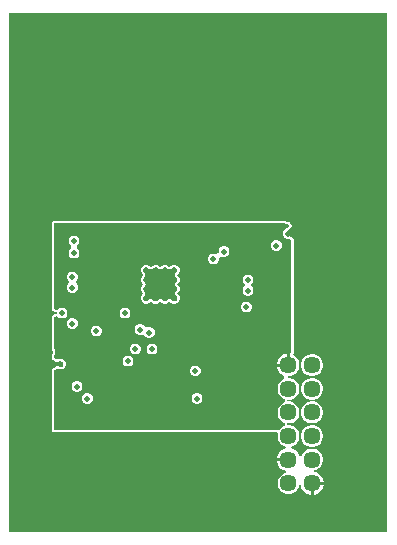
<source format=gbr>
%TF.GenerationSoftware,Altium Limited,Altium Designer,24.10.1 (45)*%
G04 Layer_Physical_Order=3*
G04 Layer_Color=16440176*
%FSLAX45Y45*%
%MOMM*%
%TF.SameCoordinates,CD6FE65F-67A0-4342-96EE-D0A67F31CBAF*%
%TF.FilePolarity,Positive*%
%TF.FileFunction,Copper,L3,Inr,Signal*%
%TF.Part,Single*%
G01*
G75*
%TA.AperFunction,ComponentPad*%
%ADD35C,1.44780*%
%ADD36C,0.50800*%
%TA.AperFunction,ViaPad*%
%ADD37C,0.50800*%
G36*
X1930400Y-2108200D02*
X-1270000D01*
Y2286000D01*
X1930400D01*
Y-2108200D01*
D02*
G37*
%LPC*%
G36*
X1053395Y528392D02*
X-889000D01*
X-896804Y526840D01*
X-903419Y522419D01*
X-907840Y515804D01*
X-909392Y508000D01*
Y-222293D01*
X-909076Y-223878D01*
X-909139Y-225494D01*
X-908308Y-227745D01*
X-907840Y-230097D01*
X-906942Y-231440D01*
X-906381Y-232957D01*
X-904752Y-234718D01*
X-903419Y-236712D01*
X-902075Y-237610D01*
X-900977Y-238797D01*
X-898798Y-239800D01*
X-896804Y-241133D01*
X-895218Y-241448D01*
X-893749Y-242124D01*
X-872470Y-247220D01*
X-870559Y-247678D01*
Y-260322D01*
X-872471Y-260780D01*
X-893749Y-265876D01*
X-895218Y-266552D01*
X-896804Y-266867D01*
X-898798Y-268200D01*
X-900977Y-269203D01*
X-902075Y-270390D01*
X-903419Y-271288D01*
X-904752Y-273282D01*
X-906381Y-275043D01*
X-906942Y-276560D01*
X-907840Y-277903D01*
X-908308Y-280255D01*
X-909139Y-282506D01*
X-909076Y-284122D01*
X-909392Y-285707D01*
Y-558095D01*
X-907840Y-565898D01*
X-907241Y-566794D01*
X-902092Y-579225D01*
Y-589174D01*
X-907241Y-601606D01*
X-907840Y-602502D01*
X-909392Y-610305D01*
Y-636473D01*
X-908645Y-640227D01*
X-907956Y-643991D01*
X-907870Y-644123D01*
X-907840Y-644277D01*
X-905709Y-647466D01*
X-903636Y-650673D01*
X-903507Y-650762D01*
X-903419Y-650893D01*
X-900236Y-653020D01*
X-897088Y-655193D01*
X-872005Y-666031D01*
X-871851Y-666064D01*
X-871720Y-666151D01*
X-867971Y-666897D01*
X-864226Y-667701D01*
X-864071Y-667673D01*
X-863917Y-667704D01*
X-860164Y-666957D01*
X-856400Y-666267D01*
X-856268Y-666182D01*
X-856113Y-666151D01*
X-843174Y-660792D01*
X-833226D01*
X-824034Y-664599D01*
X-816999Y-671634D01*
X-813192Y-680825D01*
Y-690774D01*
X-816999Y-699966D01*
X-824034Y-707001D01*
X-833225Y-710808D01*
X-843174D01*
X-856113Y-705449D01*
X-856268Y-705418D01*
X-856400Y-705333D01*
X-860164Y-704643D01*
X-863917Y-703896D01*
X-864071Y-703927D01*
X-864226Y-703899D01*
X-867963Y-704701D01*
X-871720Y-705449D01*
X-871852Y-705536D01*
X-872005Y-705569D01*
X-897088Y-716407D01*
X-900240Y-718583D01*
X-903419Y-720707D01*
X-903507Y-720838D01*
X-903636Y-720927D01*
X-905713Y-724140D01*
X-907840Y-727323D01*
X-907870Y-727477D01*
X-907956Y-727609D01*
X-908645Y-731373D01*
X-909392Y-735127D01*
Y-1244600D01*
X-907840Y-1252404D01*
X-903419Y-1259019D01*
X-896804Y-1263440D01*
X-889000Y-1264992D01*
X994268D01*
X1001999Y-1275068D01*
X999810Y-1283237D01*
Y-1307563D01*
X1006106Y-1331061D01*
X1018269Y-1352129D01*
X1035471Y-1369331D01*
X1056539Y-1381494D01*
X1073471Y-1386031D01*
X1073471Y-1399179D01*
X1054455Y-1404274D01*
X1032156Y-1417148D01*
X1013948Y-1435356D01*
X1001074Y-1457654D01*
X994410Y-1482526D01*
Y-1482700D01*
X1092200D01*
Y-1508100D01*
X994410D01*
Y-1508274D01*
X1001074Y-1533145D01*
X1013948Y-1555444D01*
X1032156Y-1573651D01*
X1054455Y-1586526D01*
X1073471Y-1591621D01*
Y-1604769D01*
X1056539Y-1609306D01*
X1035471Y-1621469D01*
X1018269Y-1638671D01*
X1006106Y-1659739D01*
X999810Y-1683237D01*
Y-1707563D01*
X1006106Y-1731061D01*
X1018269Y-1752129D01*
X1035471Y-1769330D01*
X1056539Y-1781494D01*
X1080037Y-1787790D01*
X1104363D01*
X1127861Y-1781494D01*
X1148929Y-1769330D01*
X1166131Y-1752129D01*
X1178294Y-1731061D01*
X1182831Y-1714129D01*
X1195979D01*
X1201074Y-1733145D01*
X1213949Y-1755444D01*
X1232156Y-1773652D01*
X1254455Y-1786526D01*
X1279326Y-1793190D01*
X1279500D01*
Y-1695401D01*
X1292200D01*
Y-1682701D01*
X1389990D01*
Y-1682526D01*
X1383326Y-1657655D01*
X1370452Y-1635356D01*
X1352244Y-1617148D01*
X1329946Y-1604274D01*
X1310929Y-1599179D01*
Y-1586031D01*
X1327861Y-1581494D01*
X1348929Y-1569330D01*
X1366131Y-1552129D01*
X1378294Y-1531061D01*
X1384590Y-1507563D01*
Y-1483237D01*
X1378294Y-1459739D01*
X1366131Y-1438671D01*
X1348929Y-1421469D01*
X1327861Y-1409306D01*
X1304363Y-1403010D01*
X1280037D01*
X1256539Y-1409306D01*
X1235471Y-1421469D01*
X1218270Y-1438671D01*
X1206106Y-1459739D01*
X1201569Y-1476671D01*
X1188421D01*
X1183326Y-1457654D01*
X1170452Y-1435356D01*
X1152244Y-1417148D01*
X1129945Y-1404274D01*
X1110929Y-1399179D01*
X1110929Y-1386031D01*
X1127861Y-1381494D01*
X1148929Y-1369331D01*
X1166131Y-1352129D01*
X1178294Y-1331061D01*
X1184590Y-1307563D01*
Y-1283237D01*
X1178294Y-1259739D01*
X1166131Y-1238671D01*
X1148929Y-1221469D01*
X1127861Y-1209306D01*
X1104363Y-1203010D01*
X1080037D01*
X1079760Y-1202798D01*
Y-1188002D01*
X1080037Y-1187790D01*
X1104363D01*
X1127861Y-1181494D01*
X1148929Y-1169330D01*
X1166131Y-1152129D01*
X1178294Y-1131061D01*
X1184590Y-1107563D01*
Y-1083237D01*
X1178294Y-1059739D01*
X1166131Y-1038671D01*
X1148929Y-1021469D01*
X1127861Y-1009306D01*
X1104363Y-1003010D01*
X1080037D01*
X1079760Y-1002797D01*
Y-988003D01*
X1080037Y-987790D01*
X1104363D01*
X1127861Y-981494D01*
X1148929Y-969331D01*
X1166131Y-952129D01*
X1178294Y-931061D01*
X1184590Y-907563D01*
Y-883237D01*
X1178294Y-859739D01*
X1166131Y-838671D01*
X1148929Y-821470D01*
X1127861Y-809306D01*
X1104363Y-803010D01*
X1092265D01*
X1087217Y-796370D01*
X1092258Y-787790D01*
X1104363D01*
X1127861Y-781494D01*
X1148929Y-769330D01*
X1166131Y-752129D01*
X1178294Y-731061D01*
X1184590Y-707563D01*
Y-683237D01*
X1178294Y-659739D01*
X1166131Y-638671D01*
X1148929Y-621469D01*
X1137180Y-614686D01*
X1135624Y-612404D01*
X1134303Y-604803D01*
X1134842Y-598671D01*
X1135260Y-598194D01*
X1135692Y-596921D01*
X1136440Y-595802D01*
X1136960Y-593187D01*
X1137818Y-590660D01*
X1137730Y-589317D01*
X1137992Y-587998D01*
Y362762D01*
X1137600Y364731D01*
Y366740D01*
X1136831Y368596D01*
X1136440Y370566D01*
X1135324Y372236D01*
X1134555Y374091D01*
X1133135Y375511D01*
X1132019Y377182D01*
X1130349Y378298D01*
X1128929Y379718D01*
X1112560Y390655D01*
X1110704Y391424D01*
X1109034Y392540D01*
X1107065Y392931D01*
X1105209Y393700D01*
X1103199D01*
X1101230Y394092D01*
X1087226D01*
X1078034Y397899D01*
X1070999Y404934D01*
X1067192Y414125D01*
Y424074D01*
X1070999Y433266D01*
X1078034Y440301D01*
X1090973Y445660D01*
X1091983Y446335D01*
X1093137Y446711D01*
X1095262Y448527D01*
X1097588Y450081D01*
X1098263Y451091D01*
X1099186Y451879D01*
X1115330Y472368D01*
X1115754Y473200D01*
X1116407Y473870D01*
X1117547Y476722D01*
X1118940Y479458D01*
X1119013Y480389D01*
X1119360Y481258D01*
X1119322Y484329D01*
X1119563Y487390D01*
X1119274Y488279D01*
X1119262Y489214D01*
X1118052Y492037D01*
X1117102Y494956D01*
X1116495Y495667D01*
X1116126Y496526D01*
X1105344Y512238D01*
X1103996Y513553D01*
X1102950Y515119D01*
X1101176Y516305D01*
X1099649Y517794D01*
X1097900Y518494D01*
X1096334Y519540D01*
X1094242Y519956D01*
X1092261Y520748D01*
X1090377Y520725D01*
X1088530Y521092D01*
X1074526D01*
X1062094Y526241D01*
X1061198Y526840D01*
X1053395Y528392D01*
D02*
G37*
G36*
X1304363Y-603010D02*
X1280037D01*
X1256539Y-609306D01*
X1235471Y-621469D01*
X1218270Y-638671D01*
X1206106Y-659739D01*
X1199810Y-683237D01*
Y-707563D01*
X1206106Y-731061D01*
X1218270Y-752129D01*
X1235471Y-769330D01*
X1256539Y-781494D01*
X1280037Y-787790D01*
X1304363D01*
X1327861Y-781494D01*
X1348929Y-769330D01*
X1366131Y-752129D01*
X1378294Y-731061D01*
X1384590Y-707563D01*
Y-683237D01*
X1378294Y-659739D01*
X1366131Y-638671D01*
X1348929Y-621469D01*
X1327861Y-609306D01*
X1304363Y-603010D01*
D02*
G37*
G36*
Y-803010D02*
X1280037D01*
X1256539Y-809306D01*
X1235471Y-821470D01*
X1218270Y-838671D01*
X1206106Y-859739D01*
X1199810Y-883237D01*
Y-907563D01*
X1206106Y-931061D01*
X1218270Y-952129D01*
X1235471Y-969331D01*
X1256539Y-981494D01*
X1280037Y-987790D01*
X1304363D01*
X1327861Y-981494D01*
X1348929Y-969331D01*
X1366131Y-952129D01*
X1378294Y-931061D01*
X1384590Y-907563D01*
Y-883237D01*
X1378294Y-859739D01*
X1366131Y-838671D01*
X1348929Y-821470D01*
X1327861Y-809306D01*
X1304363Y-803010D01*
D02*
G37*
G36*
Y-1003010D02*
X1280037D01*
X1256539Y-1009306D01*
X1235471Y-1021469D01*
X1218270Y-1038671D01*
X1206106Y-1059739D01*
X1199810Y-1083237D01*
Y-1107563D01*
X1206106Y-1131061D01*
X1218270Y-1152129D01*
X1235471Y-1169330D01*
X1256539Y-1181494D01*
X1280037Y-1187790D01*
X1304363D01*
X1327861Y-1181494D01*
X1348929Y-1169330D01*
X1366131Y-1152129D01*
X1378294Y-1131061D01*
X1384590Y-1107563D01*
Y-1083237D01*
X1378294Y-1059739D01*
X1366131Y-1038671D01*
X1348929Y-1021469D01*
X1327861Y-1009306D01*
X1304363Y-1003010D01*
D02*
G37*
G36*
Y-1203010D02*
X1280037D01*
X1256539Y-1209306D01*
X1235471Y-1221469D01*
X1218270Y-1238671D01*
X1206106Y-1259739D01*
X1199810Y-1283237D01*
Y-1307563D01*
X1206106Y-1331061D01*
X1218270Y-1352129D01*
X1235471Y-1369331D01*
X1256539Y-1381494D01*
X1280037Y-1387790D01*
X1304363D01*
X1327861Y-1381494D01*
X1348929Y-1369331D01*
X1366131Y-1352129D01*
X1378294Y-1331061D01*
X1384590Y-1307563D01*
Y-1283237D01*
X1378294Y-1259739D01*
X1366131Y-1238671D01*
X1348929Y-1221469D01*
X1327861Y-1209306D01*
X1304363Y-1203010D01*
D02*
G37*
G36*
X1389990Y-1708101D02*
X1304900D01*
Y-1793190D01*
X1305074D01*
X1329946Y-1786526D01*
X1352244Y-1773652D01*
X1370452Y-1755444D01*
X1383326Y-1733145D01*
X1389990Y-1708274D01*
Y-1708101D01*
D02*
G37*
%LPD*%
G36*
X1053783Y507612D02*
X1070469Y500700D01*
X1088530D01*
X1099313Y484988D01*
X1083169Y464500D01*
X1066483Y457588D01*
X1053712Y444817D01*
X1046800Y428131D01*
Y410069D01*
X1053712Y393383D01*
X1066483Y380612D01*
X1083169Y373700D01*
X1101230D01*
X1117600Y362762D01*
Y-587998D01*
X1105074Y-597610D01*
X1104900D01*
Y-695400D01*
X1092200D01*
Y-708100D01*
X994410D01*
Y-708274D01*
X1001074Y-733145D01*
X1013948Y-755444D01*
X1032156Y-773651D01*
X1050956Y-784506D01*
X1053474Y-795691D01*
X1051719Y-812089D01*
X1035471Y-821470D01*
X1018269Y-838671D01*
X1006106Y-859739D01*
X999810Y-883237D01*
Y-907563D01*
X1006106Y-931061D01*
X1018269Y-952129D01*
X1035471Y-969331D01*
X1056539Y-981494D01*
X1059368Y-982252D01*
Y-1008548D01*
X1056539Y-1009306D01*
X1035471Y-1021469D01*
X1018269Y-1038671D01*
X1006106Y-1059739D01*
X999810Y-1083237D01*
Y-1107563D01*
X1006106Y-1131061D01*
X1018269Y-1152129D01*
X1035471Y-1169330D01*
X1056539Y-1181494D01*
X1059368Y-1182252D01*
Y-1208548D01*
X1056539Y-1209306D01*
X1035471Y-1221469D01*
X1018269Y-1238671D01*
X1014847Y-1244600D01*
X-889000D01*
Y-735127D01*
X-863917Y-724288D01*
X-847231Y-731200D01*
X-829169D01*
X-812483Y-724288D01*
X-799712Y-711517D01*
X-792800Y-694831D01*
Y-676769D01*
X-799712Y-660083D01*
X-812483Y-647312D01*
X-829169Y-640400D01*
X-847231D01*
X-863917Y-647312D01*
X-889000Y-636473D01*
Y-610305D01*
X-888612Y-609917D01*
X-881700Y-593231D01*
Y-575169D01*
X-888612Y-558483D01*
X-889000Y-558095D01*
Y-285707D01*
X-865809Y-280153D01*
X-863600Y-280105D01*
X-851217Y-292488D01*
X-834531Y-299400D01*
X-816469D01*
X-799783Y-292488D01*
X-787012Y-279717D01*
X-780100Y-263031D01*
Y-244969D01*
X-787012Y-228283D01*
X-799783Y-215512D01*
X-816469Y-208600D01*
X-834531D01*
X-851217Y-215512D01*
X-863600Y-227895D01*
X-865809Y-227847D01*
X-889000Y-222293D01*
Y508000D01*
X1053395D01*
X1053783Y507612D01*
D02*
G37*
%LPC*%
G36*
X999631Y362900D02*
X981569D01*
X964883Y355988D01*
X952112Y343217D01*
X945200Y326531D01*
Y308469D01*
X952112Y291783D01*
X964883Y279012D01*
X981569Y272100D01*
X999631D01*
X1016317Y279012D01*
X1029088Y291783D01*
X1036000Y308469D01*
Y326531D01*
X1029088Y343217D01*
X1016317Y355988D01*
X999631Y362900D01*
D02*
G37*
G36*
X555131Y312100D02*
X537069D01*
X520383Y305188D01*
X507612Y292417D01*
X500700Y275731D01*
Y259723D01*
X492489Y251395D01*
X479187Y243233D01*
X466231Y248600D01*
X448169D01*
X431483Y241688D01*
X418712Y228917D01*
X411800Y212231D01*
Y194169D01*
X418712Y177483D01*
X431483Y164712D01*
X448169Y157800D01*
X466231D01*
X482917Y164712D01*
X495688Y177483D01*
X502600Y194169D01*
Y210177D01*
X510811Y218505D01*
X524113Y226667D01*
X537069Y221300D01*
X555131D01*
X571817Y228212D01*
X584588Y240983D01*
X591500Y257669D01*
Y275731D01*
X584588Y292417D01*
X571817Y305188D01*
X555131Y312100D01*
D02*
G37*
G36*
X-714869Y401000D02*
X-732931D01*
X-749617Y394088D01*
X-762388Y381317D01*
X-769300Y364631D01*
Y346569D01*
X-762388Y329883D01*
X-751646Y319141D01*
X-750555Y304800D01*
X-751646Y290459D01*
X-762388Y279717D01*
X-769300Y263031D01*
Y244969D01*
X-762388Y228283D01*
X-749617Y215512D01*
X-732931Y208600D01*
X-714869D01*
X-698183Y215512D01*
X-685412Y228283D01*
X-678500Y244969D01*
Y263031D01*
X-685412Y279717D01*
X-696154Y290459D01*
X-697245Y304800D01*
X-696154Y319141D01*
X-685412Y329883D01*
X-678500Y346569D01*
Y364631D01*
X-685412Y381317D01*
X-698183Y394088D01*
X-714869Y401000D01*
D02*
G37*
G36*
X133341Y153566D02*
X115279D01*
X98593Y146654D01*
X84940Y134658D01*
X71287Y146655D01*
X54601Y153566D01*
X36539D01*
X19853Y146654D01*
X6200Y134658D01*
X-7453Y146655D01*
X-24139Y153566D01*
X-42201D01*
X-58887Y146654D01*
X-72540Y134658D01*
X-86193Y146655D01*
X-102879Y153566D01*
X-120941D01*
X-137627Y146654D01*
X-150398Y133883D01*
X-157310Y117197D01*
Y99135D01*
X-150398Y82449D01*
X-138402Y68796D01*
X-150399Y55143D01*
X-157310Y38457D01*
Y20395D01*
X-150398Y3709D01*
X-138402Y-9944D01*
X-150399Y-23597D01*
X-157310Y-40283D01*
Y-58345D01*
X-150398Y-75031D01*
X-138402Y-88684D01*
X-150399Y-102337D01*
X-157310Y-119023D01*
Y-137085D01*
X-150398Y-153771D01*
X-137627Y-166542D01*
X-120941Y-173454D01*
X-102879D01*
X-86193Y-166542D01*
X-72540Y-154546D01*
X-58887Y-166543D01*
X-42201Y-173454D01*
X-24139D01*
X-7453Y-166542D01*
X6200Y-154546D01*
X19853Y-166543D01*
X36539Y-173454D01*
X54601D01*
X71287Y-166542D01*
X84940Y-154546D01*
X98593Y-166543D01*
X115279Y-173454D01*
X133341D01*
X150027Y-166542D01*
X162798Y-153771D01*
X169710Y-137085D01*
Y-119023D01*
X162798Y-102337D01*
X150802Y-88684D01*
X162799Y-75031D01*
X169710Y-58345D01*
Y-40283D01*
X162798Y-23597D01*
X150802Y-9944D01*
X162799Y3709D01*
X169710Y20395D01*
Y38457D01*
X162798Y55143D01*
X150802Y68796D01*
X162799Y82449D01*
X169710Y99135D01*
Y117197D01*
X162798Y133883D01*
X150027Y146654D01*
X133341Y153566D01*
D02*
G37*
G36*
X-727569Y96200D02*
X-745631D01*
X-762317Y89288D01*
X-775088Y76517D01*
X-782000Y59831D01*
Y41769D01*
X-775088Y25083D01*
X-772949Y22943D01*
X-765127Y6350D01*
X-772949Y-10243D01*
X-775088Y-12383D01*
X-782000Y-29069D01*
Y-47131D01*
X-775088Y-63817D01*
X-762317Y-76588D01*
X-745631Y-83500D01*
X-727569D01*
X-710883Y-76588D01*
X-698112Y-63817D01*
X-691200Y-47131D01*
Y-29069D01*
X-698112Y-12383D01*
X-700251Y-10243D01*
X-708073Y6350D01*
X-700251Y22943D01*
X-698112Y25083D01*
X-691200Y41769D01*
Y59831D01*
X-698112Y76517D01*
X-710883Y89288D01*
X-727569Y96200D01*
D02*
G37*
G36*
X758331Y70800D02*
X740269D01*
X723583Y63888D01*
X710812Y51117D01*
X703900Y34431D01*
Y16369D01*
X710812Y-317D01*
X712951Y-2457D01*
X720773Y-19050D01*
X712951Y-35643D01*
X710812Y-37783D01*
X703900Y-54469D01*
Y-72531D01*
X710812Y-89217D01*
X723583Y-101988D01*
X740269Y-108900D01*
X758331D01*
X775017Y-101988D01*
X787788Y-89217D01*
X794700Y-72531D01*
Y-54469D01*
X787788Y-37783D01*
X785649Y-35643D01*
X777827Y-19050D01*
X785649Y-2457D01*
X787788Y-317D01*
X794700Y16369D01*
Y34431D01*
X787788Y51117D01*
X775017Y63888D01*
X758331Y70800D01*
D02*
G37*
G36*
X745631Y-157800D02*
X727569D01*
X710883Y-164712D01*
X698112Y-177483D01*
X691200Y-194169D01*
Y-212231D01*
X698112Y-228917D01*
X710883Y-241688D01*
X727569Y-248600D01*
X745631D01*
X762317Y-241688D01*
X775088Y-228917D01*
X782000Y-212231D01*
Y-194169D01*
X775088Y-177483D01*
X762317Y-164712D01*
X745631Y-157800D01*
D02*
G37*
G36*
X-283069Y-208600D02*
X-301131D01*
X-317817Y-215512D01*
X-330588Y-228283D01*
X-337500Y-244969D01*
Y-263031D01*
X-330588Y-279717D01*
X-317817Y-292488D01*
X-301131Y-299400D01*
X-283069D01*
X-266383Y-292488D01*
X-253612Y-279717D01*
X-246700Y-263031D01*
Y-244969D01*
X-253612Y-228283D01*
X-266383Y-215512D01*
X-283069Y-208600D01*
D02*
G37*
G36*
X-727569Y-297500D02*
X-745631D01*
X-762317Y-304412D01*
X-775088Y-317183D01*
X-782000Y-333869D01*
Y-351931D01*
X-775088Y-368617D01*
X-762317Y-381388D01*
X-745631Y-388300D01*
X-727569D01*
X-710883Y-381388D01*
X-698112Y-368617D01*
X-691200Y-351931D01*
Y-333869D01*
X-698112Y-317183D01*
X-710883Y-304412D01*
X-727569Y-297500D01*
D02*
G37*
G36*
X-524369Y-361000D02*
X-542431D01*
X-559117Y-367912D01*
X-571888Y-380683D01*
X-578800Y-397369D01*
Y-415431D01*
X-571888Y-432117D01*
X-559117Y-444888D01*
X-542431Y-451800D01*
X-524369D01*
X-507683Y-444888D01*
X-494912Y-432117D01*
X-488000Y-415431D01*
Y-397369D01*
X-494912Y-380683D01*
X-507683Y-367912D01*
X-524369Y-361000D01*
D02*
G37*
G36*
X-156069Y-348300D02*
X-174131D01*
X-190817Y-355212D01*
X-203588Y-367983D01*
X-210500Y-384669D01*
Y-402731D01*
X-203588Y-419417D01*
X-190817Y-432188D01*
X-174131Y-439100D01*
X-156069D01*
X-139383Y-432188D01*
X-125488Y-444817D01*
X-112717Y-457588D01*
X-96031Y-464500D01*
X-77969D01*
X-61283Y-457588D01*
X-48512Y-444817D01*
X-41600Y-428131D01*
Y-410069D01*
X-48512Y-393383D01*
X-61283Y-380612D01*
X-77969Y-373700D01*
X-96031D01*
X-112717Y-380612D01*
X-126612Y-367983D01*
X-139383Y-355212D01*
X-156069Y-348300D01*
D02*
G37*
G36*
X-54469Y-513400D02*
X-72531D01*
X-89217Y-520312D01*
X-101988Y-533083D01*
X-108900Y-549769D01*
Y-567831D01*
X-101988Y-584517D01*
X-89217Y-597288D01*
X-72531Y-604200D01*
X-54469D01*
X-37783Y-597288D01*
X-25012Y-584517D01*
X-18100Y-567831D01*
Y-549769D01*
X-25012Y-533083D01*
X-37783Y-520312D01*
X-54469Y-513400D01*
D02*
G37*
G36*
X-194169D02*
X-212231D01*
X-228917Y-520312D01*
X-241688Y-533083D01*
X-248600Y-549769D01*
Y-567831D01*
X-241688Y-584517D01*
X-228917Y-597288D01*
X-212231Y-604200D01*
X-194169D01*
X-177483Y-597288D01*
X-164712Y-584517D01*
X-157800Y-567831D01*
Y-549769D01*
X-164712Y-533083D01*
X-177483Y-520312D01*
X-194169Y-513400D01*
D02*
G37*
G36*
X1079500Y-597610D02*
X1079326D01*
X1054455Y-604274D01*
X1032156Y-617148D01*
X1013948Y-635356D01*
X1001074Y-657655D01*
X994410Y-682526D01*
Y-682700D01*
X1079500D01*
Y-597610D01*
D02*
G37*
G36*
X-257669Y-615000D02*
X-275731D01*
X-292417Y-621912D01*
X-305188Y-634683D01*
X-312100Y-651369D01*
Y-669431D01*
X-305188Y-686117D01*
X-292417Y-698888D01*
X-275731Y-705800D01*
X-257669D01*
X-240983Y-698888D01*
X-228212Y-686117D01*
X-221300Y-669431D01*
Y-651369D01*
X-228212Y-634683D01*
X-240983Y-621912D01*
X-257669Y-615000D01*
D02*
G37*
G36*
X313831Y-698500D02*
X295769D01*
X279083Y-705412D01*
X266312Y-718183D01*
X259400Y-734869D01*
Y-752931D01*
X266312Y-769617D01*
X279083Y-782388D01*
X295769Y-789300D01*
X313831D01*
X330517Y-782388D01*
X343288Y-769617D01*
X350200Y-752931D01*
Y-734869D01*
X343288Y-718183D01*
X330517Y-705412D01*
X313831Y-698500D01*
D02*
G37*
G36*
X-689469Y-830900D02*
X-707531D01*
X-724217Y-837812D01*
X-736988Y-850583D01*
X-743900Y-867269D01*
Y-885331D01*
X-736988Y-902017D01*
X-724217Y-914788D01*
X-707531Y-921700D01*
X-689469D01*
X-672783Y-914788D01*
X-660012Y-902017D01*
X-653100Y-885331D01*
Y-867269D01*
X-660012Y-850583D01*
X-672783Y-837812D01*
X-689469Y-830900D01*
D02*
G37*
G36*
X326531Y-932500D02*
X308469D01*
X291783Y-939412D01*
X279012Y-952183D01*
X272100Y-968869D01*
Y-986931D01*
X279012Y-1003617D01*
X291783Y-1016388D01*
X308469Y-1023300D01*
X326531D01*
X343217Y-1016388D01*
X355988Y-1003617D01*
X362900Y-986931D01*
Y-968869D01*
X355988Y-952183D01*
X343217Y-939412D01*
X326531Y-932500D01*
D02*
G37*
G36*
X-600569D02*
X-618631D01*
X-635317Y-939412D01*
X-648088Y-952183D01*
X-655000Y-968869D01*
Y-986931D01*
X-648088Y-1003617D01*
X-635317Y-1016388D01*
X-618631Y-1023300D01*
X-600569D01*
X-583883Y-1016388D01*
X-571112Y-1003617D01*
X-564200Y-986931D01*
Y-968869D01*
X-571112Y-952183D01*
X-583883Y-939412D01*
X-600569Y-932500D01*
D02*
G37*
%LPD*%
G36*
X138476Y129367D02*
X145511Y122331D01*
X149318Y113140D01*
Y103191D01*
X145251Y93373D01*
X135483Y82256D01*
X134138Y79932D01*
X132504Y77798D01*
X132162Y76516D01*
X131498Y75369D01*
X131145Y72707D01*
X130452Y70110D01*
X130626Y68796D01*
X130452Y67482D01*
X131145Y64885D01*
X131498Y62223D01*
X132162Y61075D01*
X132504Y59794D01*
X134137Y57661D01*
X135483Y55336D01*
X145251Y44220D01*
X149318Y34400D01*
Y24451D01*
X145251Y14633D01*
X135483Y3516D01*
X134138Y1192D01*
X132504Y-942D01*
X132162Y-2224D01*
X131498Y-3371D01*
X131145Y-6033D01*
X130452Y-8630D01*
X130626Y-9944D01*
X130452Y-11258D01*
X131145Y-13855D01*
X131498Y-16517D01*
X132162Y-17665D01*
X132504Y-18946D01*
X134137Y-21079D01*
X135483Y-23404D01*
X145251Y-34520D01*
X149318Y-44340D01*
Y-54289D01*
X145251Y-64107D01*
X135483Y-75224D01*
X134138Y-77548D01*
X132504Y-79682D01*
X132162Y-80964D01*
X131498Y-82111D01*
X131145Y-84773D01*
X130452Y-87370D01*
X130626Y-88684D01*
X130452Y-89998D01*
X131145Y-92595D01*
X131498Y-95257D01*
X132162Y-96405D01*
X132504Y-97686D01*
X134137Y-99819D01*
X135483Y-102144D01*
X145251Y-113260D01*
X149318Y-123080D01*
Y-133028D01*
X145511Y-142220D01*
X138475Y-149255D01*
X129284Y-153062D01*
X119335D01*
X109517Y-148995D01*
X98400Y-139228D01*
X96075Y-137883D01*
X93942Y-136248D01*
X92660Y-135906D01*
X91513Y-135243D01*
X88851Y-134889D01*
X86254Y-134196D01*
X84940Y-134371D01*
X83626Y-134196D01*
X81029Y-134889D01*
X78367Y-135243D01*
X77219Y-135907D01*
X75938Y-136248D01*
X73805Y-137882D01*
X71480Y-139227D01*
X60364Y-148995D01*
X50544Y-153062D01*
X40595D01*
X30777Y-148995D01*
X19660Y-139228D01*
X17336Y-137883D01*
X15202Y-136248D01*
X13920Y-135906D01*
X12773Y-135243D01*
X10111Y-134889D01*
X7514Y-134196D01*
X6200Y-134371D01*
X4886Y-134196D01*
X2289Y-134889D01*
X-373Y-135243D01*
X-1521Y-135907D01*
X-2802Y-136248D01*
X-4935Y-137882D01*
X-7260Y-139227D01*
X-18376Y-148995D01*
X-28196Y-153062D01*
X-38145D01*
X-47963Y-148995D01*
X-59080Y-139228D01*
X-61404Y-137883D01*
X-63538Y-136248D01*
X-64820Y-135906D01*
X-65967Y-135243D01*
X-68629Y-134889D01*
X-71226Y-134196D01*
X-72540Y-134371D01*
X-73854Y-134196D01*
X-76451Y-134889D01*
X-79113Y-135243D01*
X-80261Y-135907D01*
X-81542Y-136248D01*
X-83675Y-137882D01*
X-86000Y-139227D01*
X-97116Y-148995D01*
X-106936Y-153062D01*
X-116884D01*
X-126076Y-149255D01*
X-133111Y-142220D01*
X-136918Y-133029D01*
Y-123079D01*
X-132851Y-113261D01*
X-123084Y-102144D01*
X-121739Y-99820D01*
X-120104Y-97686D01*
X-119762Y-96404D01*
X-119099Y-95257D01*
X-118746Y-92595D01*
X-118052Y-89999D01*
X-118227Y-88684D01*
X-118052Y-87370D01*
X-118745Y-84774D01*
X-119099Y-82111D01*
X-119763Y-80964D01*
X-120104Y-79682D01*
X-121738Y-77550D01*
X-123083Y-75224D01*
X-132851Y-64108D01*
X-136918Y-54289D01*
Y-44339D01*
X-132851Y-34521D01*
X-123084Y-23404D01*
X-121739Y-21080D01*
X-120104Y-18946D01*
X-119762Y-17664D01*
X-119099Y-16517D01*
X-118746Y-13855D01*
X-118052Y-11259D01*
X-118227Y-9944D01*
X-118052Y-8630D01*
X-118745Y-6034D01*
X-119099Y-3371D01*
X-119763Y-2224D01*
X-120104Y-942D01*
X-121738Y1190D01*
X-123083Y3516D01*
X-132851Y14632D01*
X-136918Y24451D01*
Y34401D01*
X-132851Y44219D01*
X-123084Y55336D01*
X-121739Y57660D01*
X-120104Y59794D01*
X-119762Y61076D01*
X-119099Y62223D01*
X-118746Y64885D01*
X-118052Y67481D01*
X-118227Y68796D01*
X-118052Y70110D01*
X-118745Y72706D01*
X-119099Y75369D01*
X-119763Y76516D01*
X-120104Y77798D01*
X-121738Y79930D01*
X-123083Y82256D01*
X-132851Y93372D01*
X-136918Y103191D01*
Y113140D01*
X-133111Y122332D01*
X-126076Y129367D01*
X-116885Y133174D01*
X-106935D01*
X-97117Y129107D01*
X-86000Y119339D01*
X-83676Y117994D01*
X-81542Y116360D01*
X-80260Y116018D01*
X-79113Y115354D01*
X-76451Y115001D01*
X-73855Y114308D01*
X-72540Y114482D01*
X-71226Y114308D01*
X-68630Y115001D01*
X-65967Y115354D01*
X-64820Y116018D01*
X-63538Y116360D01*
X-61406Y117993D01*
X-59080Y119339D01*
X-47964Y129107D01*
X-38145Y133174D01*
X-28195D01*
X-18377Y129107D01*
X-7260Y119339D01*
X-4936Y117994D01*
X-2802Y116360D01*
X-1520Y116018D01*
X-373Y115354D01*
X2289Y115001D01*
X4885Y114308D01*
X6200Y114482D01*
X7514Y114308D01*
X10110Y115001D01*
X12773Y115354D01*
X13920Y116018D01*
X15202Y116360D01*
X17334Y117993D01*
X19660Y119339D01*
X30776Y129107D01*
X40595Y133174D01*
X50545D01*
X60363Y129107D01*
X71480Y119339D01*
X73804Y117994D01*
X75938Y116360D01*
X77220Y116018D01*
X78367Y115354D01*
X81029Y115001D01*
X83625Y114308D01*
X84940Y114482D01*
X86254Y114308D01*
X88850Y115001D01*
X91513Y115354D01*
X92660Y116018D01*
X93942Y116360D01*
X96074Y117993D01*
X98400Y119339D01*
X109516Y129107D01*
X119335Y133174D01*
X129284D01*
X138476Y129367D01*
D02*
G37*
D35*
X1292200Y-1695400D02*
D03*
X1092200D02*
D03*
X1292200Y-1495400D02*
D03*
X1092200D02*
D03*
X1292200Y-1295400D02*
D03*
X1092200D02*
D03*
X1292200Y-1095400D02*
D03*
X1092200D02*
D03*
X1292200Y-895400D02*
D03*
X1092200D02*
D03*
X1292200Y-695400D02*
D03*
X1092200D02*
D03*
D36*
X-111910Y108166D02*
D03*
X-33170D02*
D03*
X45570D02*
D03*
X124310D02*
D03*
X-111910Y29426D02*
D03*
X-33170D02*
D03*
X45570D02*
D03*
X124310D02*
D03*
X-111910Y-49314D02*
D03*
X-33170D02*
D03*
X45570D02*
D03*
X124310D02*
D03*
X-111910Y-128054D02*
D03*
X-33170D02*
D03*
X45570D02*
D03*
X124310D02*
D03*
D37*
X1790700Y2133600D02*
D03*
Y2006600D02*
D03*
Y1879600D02*
D03*
Y1752600D02*
D03*
Y1625600D02*
D03*
Y1498600D02*
D03*
Y1371600D02*
D03*
Y1244600D02*
D03*
Y1117600D02*
D03*
Y990600D02*
D03*
Y863600D02*
D03*
Y736600D02*
D03*
Y609600D02*
D03*
Y482600D02*
D03*
Y355600D02*
D03*
Y228600D02*
D03*
Y101600D02*
D03*
Y-25400D02*
D03*
Y-152400D02*
D03*
Y-279400D02*
D03*
Y-406400D02*
D03*
Y-533400D02*
D03*
Y-660400D02*
D03*
Y-787400D02*
D03*
Y-914400D02*
D03*
Y-1041400D02*
D03*
Y-1168400D02*
D03*
Y-1295400D02*
D03*
Y-1422400D02*
D03*
Y-1549400D02*
D03*
Y-1676400D02*
D03*
Y-1803400D02*
D03*
Y-1930400D02*
D03*
X1663700Y2133600D02*
D03*
Y2006600D02*
D03*
Y1879600D02*
D03*
Y1752600D02*
D03*
Y1625600D02*
D03*
Y1498600D02*
D03*
Y1371600D02*
D03*
Y1244600D02*
D03*
Y1117600D02*
D03*
Y990600D02*
D03*
Y863600D02*
D03*
Y736600D02*
D03*
Y609600D02*
D03*
Y482600D02*
D03*
Y355600D02*
D03*
Y228600D02*
D03*
Y101600D02*
D03*
Y-25400D02*
D03*
Y-152400D02*
D03*
Y-279400D02*
D03*
Y-406400D02*
D03*
Y-533400D02*
D03*
Y-660400D02*
D03*
Y-787400D02*
D03*
Y-914400D02*
D03*
Y-1041400D02*
D03*
Y-1168400D02*
D03*
Y-1295400D02*
D03*
Y-1422400D02*
D03*
Y-1549400D02*
D03*
Y-1676400D02*
D03*
Y-1803400D02*
D03*
Y-1930400D02*
D03*
X1536700Y2133600D02*
D03*
Y2006600D02*
D03*
Y1879600D02*
D03*
Y1752600D02*
D03*
Y1625600D02*
D03*
Y1498600D02*
D03*
Y1371600D02*
D03*
Y1244600D02*
D03*
Y1117600D02*
D03*
Y990600D02*
D03*
Y863600D02*
D03*
Y736600D02*
D03*
Y609600D02*
D03*
Y482600D02*
D03*
Y355600D02*
D03*
Y228600D02*
D03*
Y101600D02*
D03*
Y-25400D02*
D03*
Y-152400D02*
D03*
Y-279400D02*
D03*
Y-406400D02*
D03*
Y-1422400D02*
D03*
Y-1549400D02*
D03*
Y-1676400D02*
D03*
Y-1803400D02*
D03*
Y-1930400D02*
D03*
X1409700Y2133600D02*
D03*
Y2006600D02*
D03*
Y1879600D02*
D03*
Y1752600D02*
D03*
Y1625600D02*
D03*
Y1498600D02*
D03*
Y1371600D02*
D03*
Y1244600D02*
D03*
Y1117600D02*
D03*
Y990600D02*
D03*
Y863600D02*
D03*
Y736600D02*
D03*
Y609600D02*
D03*
Y482600D02*
D03*
Y355600D02*
D03*
Y228600D02*
D03*
Y101600D02*
D03*
Y-25400D02*
D03*
Y-152400D02*
D03*
Y-279400D02*
D03*
Y-1930400D02*
D03*
X1282700Y2133600D02*
D03*
Y2006600D02*
D03*
Y1879600D02*
D03*
Y1752600D02*
D03*
Y1625600D02*
D03*
Y1498600D02*
D03*
Y1371600D02*
D03*
Y1244600D02*
D03*
Y1117600D02*
D03*
Y990600D02*
D03*
Y863600D02*
D03*
Y736600D02*
D03*
Y609600D02*
D03*
Y482600D02*
D03*
Y355600D02*
D03*
Y228600D02*
D03*
Y101600D02*
D03*
Y-25400D02*
D03*
Y-152400D02*
D03*
Y-1930400D02*
D03*
X1155700Y2133600D02*
D03*
Y2006600D02*
D03*
Y1879600D02*
D03*
Y1752600D02*
D03*
Y1625600D02*
D03*
Y1498600D02*
D03*
Y1371600D02*
D03*
Y1244600D02*
D03*
Y1117600D02*
D03*
Y990600D02*
D03*
Y863600D02*
D03*
Y736600D02*
D03*
Y609600D02*
D03*
Y-1930400D02*
D03*
X1028700Y2133600D02*
D03*
Y2006600D02*
D03*
Y1879600D02*
D03*
Y1752600D02*
D03*
Y1625600D02*
D03*
Y1498600D02*
D03*
Y1371600D02*
D03*
Y1244600D02*
D03*
Y990600D02*
D03*
Y863600D02*
D03*
Y736600D02*
D03*
Y-1930400D02*
D03*
X901700Y2133600D02*
D03*
Y2006600D02*
D03*
Y1879600D02*
D03*
Y1752600D02*
D03*
Y1625600D02*
D03*
Y1498600D02*
D03*
Y1371600D02*
D03*
Y863600D02*
D03*
Y736600D02*
D03*
Y-1422400D02*
D03*
Y-1803400D02*
D03*
Y-1930400D02*
D03*
X774700Y2133600D02*
D03*
Y2006600D02*
D03*
Y1879600D02*
D03*
Y1752600D02*
D03*
Y1625600D02*
D03*
Y1498600D02*
D03*
Y-1422400D02*
D03*
Y-1803400D02*
D03*
Y-1930400D02*
D03*
X647700Y2133600D02*
D03*
Y2006600D02*
D03*
Y1879600D02*
D03*
Y1752600D02*
D03*
Y1625600D02*
D03*
Y-1422400D02*
D03*
Y-1803400D02*
D03*
Y-1930400D02*
D03*
X520700Y2133600D02*
D03*
Y2006600D02*
D03*
Y1879600D02*
D03*
Y1752600D02*
D03*
Y1244600D02*
D03*
Y1117600D02*
D03*
Y-1422400D02*
D03*
Y-1803400D02*
D03*
Y-1930400D02*
D03*
X393700Y2133600D02*
D03*
Y2006600D02*
D03*
Y1879600D02*
D03*
Y1371600D02*
D03*
Y1244600D02*
D03*
Y1117600D02*
D03*
Y736600D02*
D03*
Y-1803400D02*
D03*
Y-1930400D02*
D03*
X266700Y2133600D02*
D03*
Y2006600D02*
D03*
Y1498600D02*
D03*
Y1371600D02*
D03*
Y1244600D02*
D03*
Y1117600D02*
D03*
Y-1803400D02*
D03*
Y-1930400D02*
D03*
X139700Y1244600D02*
D03*
Y1117600D02*
D03*
Y990600D02*
D03*
Y-1803400D02*
D03*
Y-1930400D02*
D03*
X12700Y1244600D02*
D03*
Y1117600D02*
D03*
Y990600D02*
D03*
Y-1676400D02*
D03*
Y-1803400D02*
D03*
Y-1930400D02*
D03*
X-114300Y1244600D02*
D03*
Y1117600D02*
D03*
Y990600D02*
D03*
Y-1422400D02*
D03*
Y-1549400D02*
D03*
Y-1676400D02*
D03*
Y-1803400D02*
D03*
Y-1930400D02*
D03*
X-241300Y1244600D02*
D03*
Y1117600D02*
D03*
Y990600D02*
D03*
Y-1422400D02*
D03*
Y-1549400D02*
D03*
Y-1676400D02*
D03*
Y-1803400D02*
D03*
Y-1930400D02*
D03*
X-368300Y1244600D02*
D03*
Y1117600D02*
D03*
Y990600D02*
D03*
Y-1422400D02*
D03*
Y-1549400D02*
D03*
Y-1676400D02*
D03*
Y-1803400D02*
D03*
Y-1930400D02*
D03*
X-495300Y1244600D02*
D03*
Y1117600D02*
D03*
Y990600D02*
D03*
Y863600D02*
D03*
Y-1422400D02*
D03*
Y-1549400D02*
D03*
Y-1676400D02*
D03*
Y-1803400D02*
D03*
Y-1930400D02*
D03*
X-622300Y1244600D02*
D03*
Y1117600D02*
D03*
Y990600D02*
D03*
Y863600D02*
D03*
Y736600D02*
D03*
Y609600D02*
D03*
Y-1422400D02*
D03*
Y-1549400D02*
D03*
Y-1676400D02*
D03*
Y-1803400D02*
D03*
Y-1930400D02*
D03*
X-749300Y1244600D02*
D03*
Y1117600D02*
D03*
Y990600D02*
D03*
Y863600D02*
D03*
Y736600D02*
D03*
Y609600D02*
D03*
Y-1422400D02*
D03*
Y-1549400D02*
D03*
Y-1676400D02*
D03*
Y-1803400D02*
D03*
Y-1930400D02*
D03*
X-876300Y2133600D02*
D03*
Y2006600D02*
D03*
Y1879600D02*
D03*
Y1752600D02*
D03*
Y1625600D02*
D03*
Y1498600D02*
D03*
Y1371600D02*
D03*
Y1244600D02*
D03*
Y1117600D02*
D03*
Y990600D02*
D03*
Y863600D02*
D03*
Y736600D02*
D03*
Y609600D02*
D03*
Y-1422400D02*
D03*
Y-1549400D02*
D03*
Y-1676400D02*
D03*
Y-1803400D02*
D03*
Y-1930400D02*
D03*
X-1003300Y2133600D02*
D03*
Y2006600D02*
D03*
Y1879600D02*
D03*
Y1752600D02*
D03*
Y1625600D02*
D03*
Y1498600D02*
D03*
Y1371600D02*
D03*
Y1244600D02*
D03*
Y1117600D02*
D03*
Y990600D02*
D03*
Y863600D02*
D03*
Y736600D02*
D03*
Y609600D02*
D03*
Y482600D02*
D03*
Y355600D02*
D03*
Y228600D02*
D03*
Y101600D02*
D03*
Y-25400D02*
D03*
Y-152400D02*
D03*
Y-279400D02*
D03*
Y-406400D02*
D03*
Y-533400D02*
D03*
Y-660400D02*
D03*
Y-787400D02*
D03*
Y-914400D02*
D03*
Y-1041400D02*
D03*
Y-1168400D02*
D03*
Y-1295400D02*
D03*
Y-1422400D02*
D03*
Y-1549400D02*
D03*
Y-1676400D02*
D03*
Y-1803400D02*
D03*
Y-1930400D02*
D03*
X-1130300Y2133600D02*
D03*
Y2006600D02*
D03*
Y1879600D02*
D03*
Y1752600D02*
D03*
Y1625600D02*
D03*
Y1498600D02*
D03*
Y1371600D02*
D03*
Y1244600D02*
D03*
Y1117600D02*
D03*
Y990600D02*
D03*
Y863600D02*
D03*
Y736600D02*
D03*
Y609600D02*
D03*
Y482600D02*
D03*
Y355600D02*
D03*
Y228600D02*
D03*
Y101600D02*
D03*
Y-25400D02*
D03*
Y-152400D02*
D03*
Y-279400D02*
D03*
Y-406400D02*
D03*
Y-533400D02*
D03*
Y-660400D02*
D03*
Y-787400D02*
D03*
Y-914400D02*
D03*
Y-1041400D02*
D03*
Y-1168400D02*
D03*
Y-1295400D02*
D03*
Y-1422400D02*
D03*
Y-1549400D02*
D03*
Y-1676400D02*
D03*
Y-1803400D02*
D03*
Y-1930400D02*
D03*
X314960Y822960D02*
D03*
X621084Y-129586D02*
D03*
X-292100Y-254000D02*
D03*
X-431800Y469900D02*
D03*
X-203200Y-558800D02*
D03*
X-87000Y-419100D02*
D03*
X304800Y-743900D02*
D03*
X636990Y-275722D02*
D03*
X-63500Y-558800D02*
D03*
X-165100Y-393700D02*
D03*
X38100Y-1168400D02*
D03*
X-38100D02*
D03*
X736600Y-203200D02*
D03*
X749300Y-63500D02*
D03*
X317500Y-977900D02*
D03*
X-266700Y-660400D02*
D03*
X-609600Y-977900D02*
D03*
X-698500Y-876300D02*
D03*
X-838200Y-685800D02*
D03*
X-927100Y-584200D02*
D03*
X1028700Y1117600D02*
D03*
X-508000Y660400D02*
D03*
X-419100Y736600D02*
D03*
X254000Y-1447800D02*
D03*
X-114300Y889000D02*
D03*
X-254000D02*
D03*
X-736600Y-342900D02*
D03*
X-825500Y-254000D02*
D03*
X-736600Y-38100D02*
D03*
Y50800D02*
D03*
X-723900Y254000D02*
D03*
Y355600D02*
D03*
X457200Y203200D02*
D03*
X1079500Y546100D02*
D03*
X1092200Y419100D02*
D03*
X990600Y317500D02*
D03*
X546100Y266700D02*
D03*
X749300Y25400D02*
D03*
Y330200D02*
D03*
X-711200Y152400D02*
D03*
X-533400Y-406400D02*
D03*
X660400Y114300D02*
D03*
X-703580Y-147320D02*
D03*
X190500Y-1016000D02*
D03*
Y-1168400D02*
D03*
X114300Y-1016000D02*
D03*
X152400Y-1092200D02*
D03*
X114300Y-1168400D02*
D03*
X38100Y-863600D02*
D03*
X76200Y-939800D02*
D03*
X38100Y-1016000D02*
D03*
X76200Y-1092200D02*
D03*
X-38100Y-863600D02*
D03*
X0Y-939800D02*
D03*
X-38100Y-1016000D02*
D03*
X0Y-1092200D02*
D03*
X-698500Y444500D02*
D03*
X-330200Y-609600D02*
D03*
%TF.MD5,89db8b4aea8672f25f9f06f18167ee21*%
M02*

</source>
